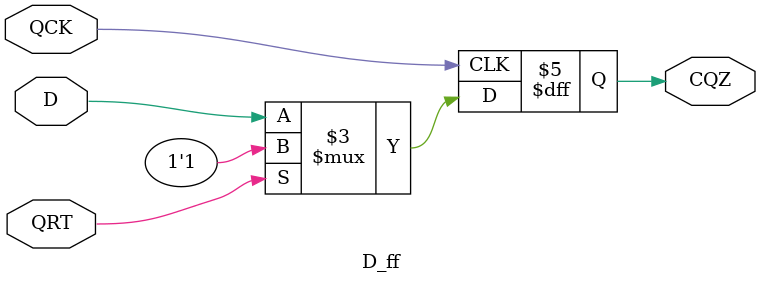
<source format=v>

module lut4_ff_rst_share ( I0, I1, I2, I3, I4, I5, I6, I7, CLK, rst, OUT, and_out);

   input [3:0] I0, I1, I2, I3, I4, I5, I6, I7;
   input   CLK, rst;
   output [10:0] OUT, and_out;
   genvar j;
   
   assign and_out[0]= I0[0]&I0[1]&I0[2]&rst;
   assign and_out[1]= I1[0]&I1[1]&I1[2]&rst;
   assign and_out[2]= I2[0]&I2[1]&I2[2]&rst;
   assign and_out[3]= I3[0]&I3[1]&I3[2]&rst;
   assign and_out[4]= I4[0]&I4[1]&I4[2]&rst;
   assign and_out[5]= I5[0]&I5[1]&I5[2]&rst;
   assign and_out[6]= I6[0]&I6[1]&I6[2]&rst;
   assign and_out[7]= I7[0]&I7[1]&I7[2]&rst;
   assign and_out[8]= I0[3]&I1[3]&I2[3]&rst;
   assign and_out[9]= I3[3]&I4[3]&I5[3]&rst;
   assign and_out[10]= I6[3]&I7[3]&I0[3]&rst;

generate
for(j=0;j<11;j=j+1)
begin     
     
     D_ff dut(.D(and_out[j]),.QCK(CLK),.QRT(rst),.CQZ(OUT[j]));
end
endgenerate


   
endmodule


module D_ff(input QCK,QRT,D, output CQZ);

always @ (posedge QCK )

begin
if(QRT)
	CQZ <= 1'b1;
else
CQZ <= D;
end
endmodule



</source>
